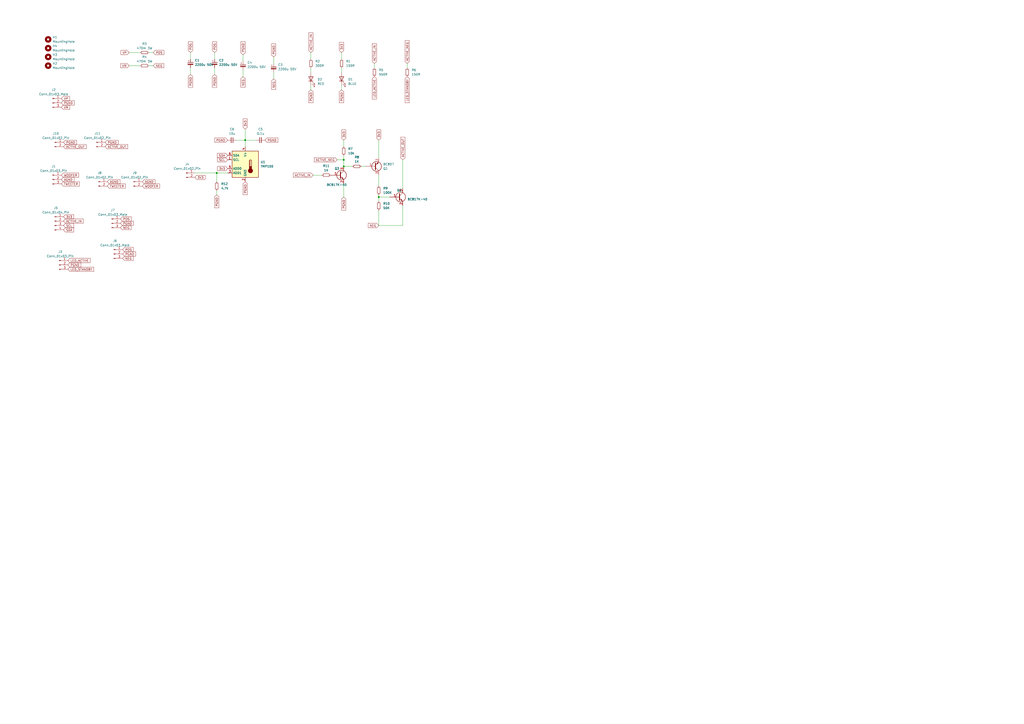
<source format=kicad_sch>
(kicad_sch (version 20250114) (generator "eeschema") (generator_version "9.0")
  (paper "A2")
  (lib_symbols
    (symbol "Connector:Conn_01x02_Pin" (pin_names (offset 1.016) (hide yes))
      (property "Reference" "J" (at 0 2.54 0))
      (property "Value" "Conn_01x02_Pin" (at 0 -5.08 0))
      (symbol "Conn_01x02_Pin_1_1"
        (rectangle (start 0.8636 0.127) (end 0 -0.127) (stroke (width 0.1524)) (fill (type outline)))
        (rectangle (start 0.8636 -2.413) (end 0 -2.667) (stroke (width 0.1524)) (fill (type outline)))
        (polyline (pts (xy 1.27 0) (xy 0.8636 0)) (stroke (width 0.1524)))
        (polyline (pts (xy 1.27 -2.54) (xy 0.8636 -2.54)) (stroke (width 0.1524)))
        (pin passive line (at 5.08 0 180) (length 3.81) (name "Pin_1") (number "1"))
        (pin passive line (at 5.08 -2.54 180) (length 3.81) (name "Pin_2") (number "2"))
      )
    )
    (symbol "Connector:Conn_01x03_Male" (pin_names (offset 1.016) (hide yes))
      (property "Reference" "J" (at 0 5.08 0))
      (property "Value" "Conn_01x03_Male" (at 0 -5.08 0))
      (symbol "Conn_01x03_Male_1_1"
        (rectangle (start 0.8636 2.667) (end 0 2.413) (stroke (width 0.1524)) (fill (type outline)))
        (rectangle (start 0.8636 0.127) (end 0 -0.127) (stroke (width 0.1524)) (fill (type outline)))
        (rectangle (start 0.8636 -2.413) (end 0 -2.667) (stroke (width 0.1524)) (fill (type outline)))
        (polyline (pts (xy 1.27 2.54) (xy 0.8636 2.54)) (stroke (width 0.1524)))
        (polyline (pts (xy 1.27 0) (xy 0.8636 0)) (stroke (width 0.1524)))
        (polyline (pts (xy 1.27 -2.54) (xy 0.8636 -2.54)) (stroke (width 0.1524)))
        (pin passive line (at 5.08 2.54 180) (length 3.81) (name "Pin_1") (number "1"))
        (pin passive line (at 5.08 0 180) (length 3.81) (name "Pin_2") (number "2"))
        (pin passive line (at 5.08 -2.54 180) (length 3.81) (name "Pin_3") (number "3"))
      )
    )
    (symbol "Connector:Conn_01x03_Pin" (pin_names (offset 1.016) (hide yes))
      (property "Reference" "J" (at 0 5.08 0))
      (property "Value" "Conn_01x03_Pin" (at 0 -5.08 0))
      (symbol "Conn_01x03_Pin_1_1"
        (rectangle (start 0.8636 2.667) (end 0 2.413) (stroke (width 0.1524)) (fill (type outline)))
        (rectangle (start 0.8636 0.127) (end 0 -0.127) (stroke (width 0.1524)) (fill (type outline)))
        (rectangle (start 0.8636 -2.413) (end 0 -2.667) (stroke (width 0.1524)) (fill (type outline)))
        (polyline (pts (xy 1.27 2.54) (xy 0.8636 2.54)) (stroke (width 0.1524)))
        (polyline (pts (xy 1.27 0) (xy 0.8636 0)) (stroke (width 0.1524)))
        (polyline (pts (xy 1.27 -2.54) (xy 0.8636 -2.54)) (stroke (width 0.1524)))
        (pin passive line (at 5.08 2.54 180) (length 3.81) (name "Pin_1") (number "1"))
        (pin passive line (at 5.08 0 180) (length 3.81) (name "Pin_2") (number "2"))
        (pin passive line (at 5.08 -2.54 180) (length 3.81) (name "Pin_3") (number "3"))
      )
    )
    (symbol "Connector:Conn_01x04_Pin" (pin_names (offset 1.016) (hide yes))
      (property "Reference" "J" (at 0 5.08 0))
      (property "Value" "Conn_01x04_Pin" (at 0 -7.62 0))
      (symbol "Conn_01x04_Pin_1_1"
        (rectangle (start 0.8636 2.667) (end 0 2.413) (stroke (width 0.1524)) (fill (type outline)))
        (rectangle (start 0.8636 0.127) (end 0 -0.127) (stroke (width 0.1524)) (fill (type outline)))
        (rectangle (start 0.8636 -2.413) (end 0 -2.667) (stroke (width 0.1524)) (fill (type outline)))
        (rectangle (start 0.8636 -4.953) (end 0 -5.207) (stroke (width 0.1524)) (fill (type outline)))
        (polyline (pts (xy 1.27 2.54) (xy 0.8636 2.54)) (stroke (width 0.1524)))
        (polyline (pts (xy 1.27 0) (xy 0.8636 0)) (stroke (width 0.1524)))
        (polyline (pts (xy 1.27 -2.54) (xy 0.8636 -2.54)) (stroke (width 0.1524)))
        (polyline (pts (xy 1.27 -5.08) (xy 0.8636 -5.08)) (stroke (width 0.1524)))
        (pin passive line (at 5.08 2.54 180) (length 3.81) (name "Pin_1") (number "1"))
        (pin passive line (at 5.08 0 180) (length 3.81) (name "Pin_2") (number "2"))
        (pin passive line (at 5.08 -2.54 180) (length 3.81) (name "Pin_3") (number "3"))
        (pin passive line (at 5.08 -5.08 180) (length 3.81) (name "Pin_4") (number "4"))
      )
    )
    (symbol "Device:C_Polarized_Small" (pin_numbers (hide yes)) (pin_names (offset 0.254) (hide yes))
      (property "Reference" "C" (at 0.254 1.778 0))
      (property "Value" "C_Polarized_Small" (at 0.254 -2.032 0))
      (symbol "C_Polarized_Small_0_1"
        (rectangle (start -1.524 0.6858) (end 1.524 0.3048))
        (rectangle (start -1.524 -0.3048) (end 1.524 -0.6858) (fill (type outline)))
        (polyline (pts (xy -1.27 1.524) (xy -0.762 1.524)))
        (polyline (pts (xy -1.016 1.27) (xy -1.016 1.778)))
      )
      (symbol "C_Polarized_Small_1_1"
        (pin passive line (at 0 2.54 270) (length 1.8542) (name "~") (number "1"))
        (pin passive line (at 0 -2.54 90) (length 1.8542) (name "~") (number "2"))
      )
    )
    (symbol "Device:C_Small" (pin_numbers (hide yes)) (pin_names (offset 0.254) (hide yes))
      (property "Reference" "C" (at 0.254 1.778 0))
      (property "Value" "C_Small" (at 0.254 -2.032 0))
      (symbol "C_Small_0_1"
        (polyline (pts (xy -1.524 0.508) (xy 1.524 0.508)) (stroke (width 0.3048)))
        (polyline (pts (xy -1.524 -0.508) (xy 1.524 -0.508)) (stroke (width 0.3302)))
      )
      (symbol "C_Small_1_1"
        (pin passive line (at 0 2.54 270) (length 2.032) (name "~") (number "1"))
        (pin passive line (at 0 -2.54 90) (length 2.032) (name "~") (number "2"))
      )
    )
    (symbol "Device:LED" (pin_numbers (hide yes)) (pin_names (offset 1.016) (hide yes))
      (property "Reference" "D" (at 0 2.54 0))
      (property "Value" "LED" (at 0 -2.54 0))
      (symbol "LED_0_1"
        (polyline (pts (xy -3.048 -0.762) (xy -4.572 -2.286) (xy -3.81 -2.286) (xy -4.572 -2.286) (xy -4.572 -1.524)))
        (polyline (pts (xy -1.778 -0.762) (xy -3.302 -2.286) (xy -2.54 -2.286) (xy -3.302 -2.286) (xy -3.302 -1.524)))
        (polyline (pts (xy -1.27 0) (xy 1.27 0)))
        (polyline (pts (xy -1.27 -1.27) (xy -1.27 1.27)) (stroke (width 0.254)))
        (polyline (pts (xy 1.27 -1.27) (xy 1.27 1.27) (xy -1.27 0) (xy 1.27 -1.27)) (stroke (width 0.254)))
      )
      (symbol "LED_1_1"
        (pin passive line (at -3.81 0 0) (length 2.54) (name "K") (number "1"))
        (pin passive line (at 3.81 0 180) (length 2.54) (name "A") (number "2"))
      )
    )
    (symbol "Device:Q_PNP_BEC" (pin_names (offset 0) (hide yes))
      (property "Reference" "Q" (at 5.08 1.27 0))
      (property "Value" "Q_PNP_BEC" (at 5.08 -1.27 0))
      (symbol "Q_PNP_BEC_0_1"
        (polyline (pts (xy 0.635 1.905) (xy 0.635 -1.905) (xy 0.635 -1.905)) (stroke (width 0.508)))
        (polyline (pts (xy 0.635 0.635) (xy 2.54 2.54)))
        (polyline (pts (xy 0.635 -0.635) (xy 2.54 -2.54) (xy 2.54 -2.54)))
        (circle (center 1.27 0) (radius 2.8194) (stroke (width 0.254)))
        (polyline (pts (xy 2.286 -1.778) (xy 1.778 -2.286) (xy 1.27 -1.27) (xy 2.286 -1.778) (xy 2.286 -1.778)) (fill (type outline)))
      )
      (symbol "Q_PNP_BEC_1_1"
        (pin input line (at -5.08 0 0) (length 5.715) (name "B") (number "1"))
        (pin passive line (at 2.54 5.08 270) (length 2.54) (name "C") (number "3"))
        (pin passive line (at 2.54 -5.08 90) (length 2.54) (name "E") (number "2"))
      )
    )
    (symbol "Device:R_Small" (pin_numbers (hide yes)) (pin_names (offset 0.254) (hide yes))
      (property "Reference" "R" (at 0.762 0.508 0))
      (property "Value" "R_Small" (at 0.762 -1.016 0))
      (symbol "R_Small_0_1"
        (rectangle (start -0.762 1.778) (end 0.762 -1.778) (stroke (width 0.2032)))
      )
      (symbol "R_Small_1_1"
        (pin passive line (at 0 2.54 270) (length 0.762) (name "~") (number "1"))
        (pin passive line (at 0 -2.54 90) (length 0.762) (name "~") (number "2"))
      )
    )
    (symbol "Mechanical:MountingHole" (pin_names (offset 1.016))
      (property "Reference" "H" (at 0 5.08 0))
      (property "Value" "MountingHole" (at 0 3.175 0))
      (symbol "MountingHole_0_1"
        (circle (center 0 0) (radius 1.27) (stroke (width 1.27)))
      )
    )
    (symbol "Sensor_Temperature:TMP100"
      (property "Reference" "U" (at 10.16 6.35 0))
      (property "Value" "TMP100" (at 12.7 3.81 0))
      (symbol "TMP100_0_1"
        (rectangle (start -7.62 7.62) (end 7.62 -7.62) (stroke (width 0.254)) (fill (type background)))
      )
      (symbol "TMP100_1_1"
        (polyline (pts (xy 2.413 1.905) (xy 2.413 -1.27)) (stroke (width 0.254)))
        (polyline (pts (xy 2.413 1.905) (xy 3.048 1.905)) (stroke (width 0.254)))
        (polyline (pts (xy 2.413 1.27) (xy 3.048 1.27)) (stroke (width 0.254)))
        (polyline (pts (xy 2.413 0.635) (xy 3.048 0.635)) (stroke (width 0.254)))
        (polyline (pts (xy 2.413 0) (xy 3.048 0)) (stroke (width 0.254)))
        (polyline (pts (xy 2.413 -0.635) (xy 3.048 -0.635)) (stroke (width 0.254)))
        (arc (start 2.413 1.905) (mid 3.048 2.5373) (end 3.683 1.905) (stroke (width 0.254)))
        (circle (center 3.048 -3.81) (radius 1.27) (stroke (width 0.254)) (fill (type outline)))
        (polyline (pts (xy 3.683 1.905) (xy 3.683 -1.27)) (stroke (width 0.254)))
        (rectangle (start 3.683 -3.175) (end 2.413 -1.27) (stroke (width 0.254)) (fill (type outline)))
        (pin bidirectional line (at -10.16 5.08 0) (length 2.54) (name "SDA") (number "6"))
        (pin input line (at -10.16 2.54 0) (length 2.54) (name "SCL") (number "1"))
        (pin input line (at -10.16 -2.54 0) (length 2.54) (name "ADD0") (number "5"))
        (pin input line (at -10.16 -5.08 0) (length 2.54) (name "ADD1") (number "3"))
        (pin power_in line (at 0 10.16 270) (length 2.54) (name "V+") (number "4"))
        (pin power_in line (at 0 -10.16 90) (length 2.54) (name "GND") (number "2"))
      )
    )
    (symbol "Transistor_BJT:2N3055" (pin_names (offset 0) (hide yes))
      (property "Reference" "Q" (at 5.08 1.905 0))
      (property "Value" "2N3055" (at 5.08 0 0))
      (symbol "2N3055_0_1"
        (polyline (pts (xy 0.635 1.905) (xy 0.635 -1.905) (xy 0.635 -1.905)) (stroke (width 0.508)))
        (polyline (pts (xy 0.635 0.635) (xy 2.54 2.54)))
        (polyline (pts (xy 0.635 -0.635) (xy 2.54 -2.54) (xy 2.54 -2.54)))
        (circle (center 1.27 0) (radius 2.8194) (stroke (width 0.254)))
        (polyline (pts (xy 1.27 -1.778) (xy 1.778 -1.27) (xy 2.286 -2.286) (xy 1.27 -1.778) (xy 1.27 -1.778)) (fill (type outline)))
      )
      (symbol "2N3055_1_1"
        (pin input line (at -5.08 0 0) (length 5.715) (name "B") (number "1"))
        (pin passive line (at 2.54 5.08 270) (length 2.54) (name "C") (number "3"))
        (pin passive line (at 2.54 -5.08 90) (length 2.54) (name "E") (number "2"))
      )
    )
  )
  (junction (at 199.39 96.52))
  (junction (at 125.73 100.33))
  (junction (at 199.39 92.71))
  (junction (at 219.71 114.3))
  (junction (at 142.24 81.28))
  (wire (pts (xy 81.28 30.48) (xy 74.93 30.48)))
  (wire (pts (xy 113.03 100.33) (xy 125.73 100.33)))
  (wire (pts (xy 88.9 38.1) (xy 86.36 38.1)))
  (wire (pts (xy 199.39 114.3) (xy 199.39 106.68)))
  (wire (pts (xy 180.34 34.29) (xy 180.34 30.48)))
  (wire (pts (xy 124.46 30.48) (xy 124.46 34.29)))
  (wire (pts (xy 195.58 92.71) (xy 199.39 92.71)))
  (wire (pts (xy 199.39 92.71) (xy 199.39 96.52)))
  (wire (pts (xy 219.71 130.81) (xy 233.68 130.81)))
  (wire (pts (xy 81.28 38.1) (xy 74.93 38.1)))
  (wire (pts (xy 140.97 44.45) (xy 140.97 40.64)))
  (wire (pts (xy 110.49 43.18) (xy 110.49 39.37)))
  (wire (pts (xy 219.71 116.84) (xy 219.71 114.3)))
  (wire (pts (xy 140.97 31.75) (xy 140.97 35.56)))
  (wire (pts (xy 181.61 101.6) (xy 186.69 101.6)))
  (wire (pts (xy 158.75 45.72) (xy 158.75 41.91)))
  (wire (pts (xy 219.71 130.81) (xy 219.71 121.92)))
  (wire (pts (xy 142.24 81.28) (xy 148.59 81.28)))
  (wire (pts (xy 142.24 81.28) (xy 142.24 85.09)))
  (wire (pts (xy 158.75 33.02) (xy 158.75 36.83)))
  (wire (pts (xy 180.34 41.91) (xy 180.34 39.37)))
  (wire (pts (xy 217.17 39.37) (xy 217.17 36.83)))
  (wire (pts (xy 180.34 52.07) (xy 180.34 49.53)))
  (wire (pts (xy 198.12 34.29) (xy 198.12 30.48)))
  (wire (pts (xy 199.39 90.17) (xy 199.39 92.71)))
  (wire (pts (xy 125.73 113.03) (xy 125.73 110.49)))
  (wire (pts (xy 219.71 101.6) (xy 219.71 107.95)))
  (wire (pts (xy 137.16 81.28) (xy 142.24 81.28)))
  (wire (pts (xy 110.49 30.48) (xy 110.49 34.29)))
  (wire (pts (xy 125.73 100.33) (xy 132.08 100.33)))
  (wire (pts (xy 199.39 81.28) (xy 199.39 85.09)))
  (wire (pts (xy 125.73 100.33) (xy 125.73 105.41)))
  (wire (pts (xy 219.71 114.3) (xy 219.71 113.03)))
  (wire (pts (xy 219.71 81.28) (xy 219.71 91.44)))
  (wire (pts (xy 198.12 52.07) (xy 198.12 49.53)))
  (wire (pts (xy 198.12 41.91) (xy 198.12 39.37)))
  (wire (pts (xy 236.22 39.37) (xy 236.22 36.83)))
  (wire (pts (xy 233.68 92.71) (xy 233.68 109.22)))
  (wire (pts (xy 142.24 74.93) (xy 142.24 81.28)))
  (wire (pts (xy 233.68 119.38) (xy 233.68 130.81)))
  (wire (pts (xy 219.71 114.3) (xy 226.06 114.3)))
  (wire (pts (xy 199.39 96.52) (xy 204.47 96.52)))
  (wire (pts (xy 209.55 96.52) (xy 212.09 96.52)))
  (wire (pts (xy 124.46 43.18) (xy 124.46 39.37)))
  (wire (pts (xy 88.9 30.48) (xy 86.36 30.48)))
  (global_label "3V3" (shape input) (at 132.08 97.79 180) (property "Intersheetrefs" "${INTERSHEET_REFS}" (effects (hide yes))))
  (global_label "LED_STANDBY" (shape input) (at 236.22 44.45 270) (property "Intersheetrefs" "${INTERSHEET_REFS}" (effects (hide yes))))
  (global_label "PGND" (shape input) (at 158.75 33.02 90) (property "Intersheetrefs" "${INTERSHEET_REFS}" (effects (hide yes))))
  (global_label "POS" (shape input) (at 69.85 127 0) (property "Intersheetrefs" "${INTERSHEET_REFS}" (effects (hide yes))))
  (global_label "3V3" (shape input) (at 219.71 81.28 90) (property "Intersheetrefs" "${INTERSHEET_REFS}" (effects (hide yes))))
  (global_label "PGND" (shape input) (at 124.46 43.18 270) (property "Intersheetrefs" "${INTERSHEET_REFS}" (effects (hide yes))))
  (global_label "PGND" (shape input) (at 142.24 105.41 270) (property "Intersheetrefs" "${INTERSHEET_REFS}" (effects (hide yes))))
  (global_label "TWEETER" (shape input) (at 35.56 106.68 0) (property "Intersheetrefs" "${INTERSHEET_REFS}" (effects (hide yes))))
  (global_label "WOOFER" (shape input) (at 35.56 101.6 0) (property "Intersheetrefs" "${INTERSHEET_REFS}" (effects (hide yes))))
  (global_label "POS" (shape input) (at 71.12 144.78 0) (property "Intersheetrefs" "${INTERSHEET_REFS}" (effects (hide yes))))
  (global_label "PGND" (shape input) (at 199.39 114.3 270) (property "Intersheetrefs" "${INTERSHEET_REFS}" (effects (hide yes))))
  (global_label "ACTIVE_OUT" (shape input) (at 36.83 85.09 0) (property "Intersheetrefs" "${INTERSHEET_REFS}" (effects (hide yes))))
  (global_label "NEG" (shape input) (at 71.12 149.86 0) (property "Intersheetrefs" "${INTERSHEET_REFS}" (effects (hide yes))))
  (global_label "PGND" (shape input) (at 132.08 81.28 180) (property "Intersheetrefs" "${INTERSHEET_REFS}" (effects (hide yes))))
  (global_label "3V3" (shape input) (at 198.12 30.48 90) (property "Intersheetrefs" "${INTERSHEET_REFS}" (effects (hide yes))))
  (global_label "PGND" (shape input) (at 140.97 31.75 90) (property "Intersheetrefs" "${INTERSHEET_REFS}" (effects (hide yes))))
  (global_label "ACTIVE_IN" (shape input) (at 36.83 128.27 0) (property "Intersheetrefs" "${INTERSHEET_REFS}" (effects (hide yes))))
  (global_label "PGND" (shape input) (at 198.12 52.07 270) (property "Intersheetrefs" "${INTERSHEET_REFS}" (effects (hide yes))))
  (global_label "ACTIVE_IN" (shape input) (at 180.34 30.48 90) (property "Intersheetrefs" "${INTERSHEET_REFS}" (effects (hide yes))))
  (global_label "ACTIVE_IN" (shape input) (at 217.17 36.83 90) (property "Intersheetrefs" "${INTERSHEET_REFS}" (effects (hide yes))))
  (global_label "NEG" (shape input) (at 88.9 38.1 0) (property "Intersheetrefs" "${INTERSHEET_REFS}" (effects (hide yes))))
  (global_label "AGND" (shape input) (at 82.55 105.41 0) (property "Intersheetrefs" "${INTERSHEET_REFS}" (effects (hide yes))))
  (global_label "ACTIVE_OUT" (shape input) (at 233.68 92.71 90) (property "Intersheetrefs" "${INTERSHEET_REFS}" (effects (hide yes))))
  (global_label "SDA" (shape input) (at 36.83 133.35 0) (property "Intersheetrefs" "${INTERSHEET_REFS}" (effects (hide yes))))
  (global_label "WOOFER" (shape input) (at 82.55 107.95 0) (property "Intersheetrefs" "${INTERSHEET_REFS}" (effects (hide yes))))
  (global_label "3V3" (shape input) (at 113.03 102.87 0) (property "Intersheetrefs" "${INTERSHEET_REFS}" (effects (hide yes))))
  (global_label "3V3" (shape input) (at 36.83 125.73 0) (property "Intersheetrefs" "${INTERSHEET_REFS}" (effects (hide yes))))
  (global_label "ACTIVE_OUT" (shape input) (at 60.96 85.09 0) (property "Intersheetrefs" "${INTERSHEET_REFS}" (effects (hide yes))))
  (global_label "VP" (shape input) (at 74.93 30.48 180) (property "Intersheetrefs" "${INTERSHEET_REFS}" (effects (hide yes))))
  (global_label "SDA" (shape input) (at 132.08 90.17 180) (property "Intersheetrefs" "${INTERSHEET_REFS}" (effects (hide yes))))
  (global_label "LED_STANDBY" (shape input) (at 39.37 156.21 0) (property "Intersheetrefs" "${INTERSHEET_REFS}" (effects (hide yes))))
  (global_label "NEG" (shape input) (at 140.97 44.45 270) (property "Intersheetrefs" "${INTERSHEET_REFS}" (effects (hide yes))))
  (global_label "ACTIVE_NEG" (shape input) (at 236.22 36.83 90) (property "Intersheetrefs" "${INTERSHEET_REFS}" (effects (hide yes))))
  (global_label "VM" (shape input) (at 35.56 62.23 0) (property "Intersheetrefs" "${INTERSHEET_REFS}" (effects (hide yes))))
  (global_label "SCL" (shape input) (at 132.08 92.71 180) (property "Intersheetrefs" "${INTERSHEET_REFS}" (effects (hide yes))))
  (global_label "LED_ACTIVE" (shape input) (at 217.17 44.45 270) (property "Intersheetrefs" "${INTERSHEET_REFS}" (effects (hide yes))))
  (global_label "3V3" (shape input) (at 199.39 81.28 90) (property "Intersheetrefs" "${INTERSHEET_REFS}" (effects (hide yes))))
  (global_label "PGND" (shape input) (at 39.37 153.67 0) (property "Intersheetrefs" "${INTERSHEET_REFS}" (effects (hide yes))))
  (global_label "PGND" (shape input) (at 180.34 52.07 270) (property "Intersheetrefs" "${INTERSHEET_REFS}" (effects (hide yes))))
  (global_label "PGND" (shape input) (at 110.49 43.18 270) (property "Intersheetrefs" "${INTERSHEET_REFS}" (effects (hide yes))))
  (global_label "PGND" (shape input) (at 69.85 129.54 0) (property "Intersheetrefs" "${INTERSHEET_REFS}" (effects (hide yes))))
  (global_label "POS" (shape input) (at 88.9 30.48 0) (property "Intersheetrefs" "${INTERSHEET_REFS}" (effects (hide yes))))
  (global_label "POS" (shape input) (at 110.49 30.48 90) (property "Intersheetrefs" "${INTERSHEET_REFS}" (effects (hide yes))))
  (global_label "VP" (shape input) (at 35.56 57.15 0) (property "Intersheetrefs" "${INTERSHEET_REFS}" (effects (hide yes))))
  (global_label "PGND" (shape input) (at 153.67 81.28 0) (property "Intersheetrefs" "${INTERSHEET_REFS}" (effects (hide yes))))
  (global_label "SCL" (shape input) (at 36.83 130.81 0) (property "Intersheetrefs" "${INTERSHEET_REFS}" (effects (hide yes))))
  (global_label "PGND" (shape input) (at 71.12 147.32 0) (property "Intersheetrefs" "${INTERSHEET_REFS}" (effects (hide yes))))
  (global_label "NEG" (shape input) (at 158.75 45.72 270) (property "Intersheetrefs" "${INTERSHEET_REFS}" (effects (hide yes))))
  (global_label "ACTIVE_IN" (shape input) (at 181.61 101.6 180) (property "Intersheetrefs" "${INTERSHEET_REFS}" (effects (hide yes))))
  (global_label "PGND" (shape input) (at 125.73 113.03 270) (property "Intersheetrefs" "${INTERSHEET_REFS}" (effects (hide yes))))
  (global_label "TWEETER" (shape input) (at 62.23 107.95 0) (property "Intersheetrefs" "${INTERSHEET_REFS}" (effects (hide yes))))
  (global_label "VM" (shape input) (at 74.93 38.1 180) (property "Intersheetrefs" "${INTERSHEET_REFS}" (effects (hide yes))))
  (global_label "PGND" (shape input) (at 36.83 82.55 0) (property "Intersheetrefs" "${INTERSHEET_REFS}" (effects (hide yes))))
  (global_label "AGND" (shape input) (at 62.23 105.41 0) (property "Intersheetrefs" "${INTERSHEET_REFS}" (effects (hide yes))))
  (global_label "ACTIVE_NEG" (shape input) (at 195.58 92.71 180) (property "Intersheetrefs" "${INTERSHEET_REFS}" (effects (hide yes))))
  (global_label "PGND" (shape input) (at 60.96 82.55 0) (property "Intersheetrefs" "${INTERSHEET_REFS}" (effects (hide yes))))
  (global_label "POS" (shape input) (at 124.46 30.48 90) (property "Intersheetrefs" "${INTERSHEET_REFS}" (effects (hide yes))))
  (global_label "PGND" (shape input) (at 35.56 59.69 0) (property "Intersheetrefs" "${INTERSHEET_REFS}" (effects (hide yes))))
  (global_label "3V3" (shape input) (at 142.24 74.93 90) (property "Intersheetrefs" "${INTERSHEET_REFS}" (effects (hide yes))))
  (global_label "AGND" (shape input) (at 35.56 104.14 0) (property "Intersheetrefs" "${INTERSHEET_REFS}" (effects (hide yes))))
  (global_label "NEG" (shape input) (at 219.71 130.81 180) (property "Intersheetrefs" "${INTERSHEET_REFS}" (effects (hide yes))))
  (global_label "NEG" (shape input) (at 69.85 132.08 0) (property "Intersheetrefs" "${INTERSHEET_REFS}" (effects (hide yes))))
  (global_label "LED_ACTIVE" (shape input) (at 39.37 151.13 0) (property "Intersheetrefs" "${INTERSHEET_REFS}" (effects (hide yes))))
  (symbol (lib_id "Device:C_Polarized_Small") (at 110.49 36.83 0) (unit 1)
    (property "Reference" "C1" (at 113.03 35.0138 0) (effects (justify left)))
    (property "Value" "2200u 50V" (at 113.03 37.5538 0) (effects (justify left)))
    (property "Footprint" "Capacitor_THT:CP_Radial_D16.0mm_P7.50mm" (effects (hide yes)))
    (property "Description" "Polarized capacitor, small symbol" (effects (hide yes)))
    (property "Mouser" " 80-ESH228M050AM3AA " (effects (hide yes)))
  )
  (symbol (lib_id "Connector:Conn_01x02_Pin") (at 77.47 105.41 0) (unit 1)
    (property "Reference" "J9" (at 78.105 100.33 0))
    (property "Value" "Conn_01x02_Pin" (at 78.105 102.87 0))
    (property "Footprint" "Connector_JST:JST_PH_B2B-PH-K_1x02_P2.00mm_Vertical" (effects (hide yes)))
    (property "Description" "Generic connector, single row, 01x02, script generated" (effects (hide yes)))
  )
  (symbol (lib_id "Device:R_Small") (at 219.71 110.49 180) (unit 1)
    (property "Reference" "R9" (at 222.25 109.2199 0) (effects (justify right)))
    (property "Value" "100K" (at 222.25 111.7599 0) (effects (justify right)))
    (property "Footprint" "Resistor_SMD:R_0603_1608Metric_Pad0.98x0.95mm_HandSolder" (effects (hide yes)))
  )
  (symbol (lib_id "Connector:Conn_01x03_Male") (at 30.48 59.69 0) (unit 1)
    (property "Reference" "J2" (at 31.115 52.07 0))
    (property "Value" "Conn_01x03_Male" (at 31.115 54.61 0))
    (property "Footprint" "Connector_JST:JST_VH_B3P-VH-B_1x03_P3.96mm_Vertical" (effects (hide yes)))
  )
  (symbol (lib_id "Mechanical:MountingHole") (at 27.94 27.94 0) (unit 1)
    (property "Reference" "H4" (at 30.48 26.6699 0) (effects (justify left)))
    (property "Value" "MountingHole" (at 30.48 29.2099 0) (effects (justify left)))
    (property "Footprint" "MountingHole:MountingHole_3.2mm_M3_DIN965_Pad_TopOnly" (effects (hide yes)))
  )
  (symbol (lib_id "Connector:Conn_01x02_Pin") (at 55.88 82.55 0) (unit 1)
    (property "Reference" "J11" (at 56.515 77.47 0))
    (property "Value" "Conn_01x02_Pin" (at 56.515 80.01 0))
    (property "Footprint" "Connector_JST:JST_PH_B2B-PH-K_1x02_P2.00mm_Vertical" (effects (hide yes)))
    (property "Description" "Generic connector, single row, 01x02, script generated" (effects (hide yes)))
  )
  (symbol (lib_id "Device:LED") (at 198.12 45.72 90) (unit 1)
    (property "Reference" "D1" (at 201.93 46.0374 90) (effects (justify right)))
    (property "Value" "BLUE" (at 201.93 48.5774 90) (effects (justify right)))
    (property "Footprint" "LED_SMD:LED_0603_1608Metric_Pad1.05x0.95mm_HandSolder" (effects (hide yes)))
    (property "Description" "Light emitting diode" (effects (hide yes)))
  )
  (symbol (lib_id "Device:R_Small") (at 83.82 30.48 90) (unit 1)
    (property "Reference" "R3" (at 83.82 25.4 90))
    (property "Value" "470m 3W" (at 83.82 27.94 90))
    (property "Footprint" "Resistor_SMD:R_1218_3246Metric_Pad1.22x4.75mm_HandSolder" (effects (hide yes)))
    (property "Description" "Resistor, small symbol" (effects (hide yes)))
    (property "Mouser" "RLW73PA3FR47TDF" (effects (hide yes)))
  )
  (symbol (lib_id "Connector:Conn_01x02_Pin") (at 57.15 105.41 0) (unit 1)
    (property "Reference" "J8" (at 57.785 100.33 0))
    (property "Value" "Conn_01x02_Pin" (at 57.785 102.87 0))
    (property "Footprint" "Connector_JST:JST_PH_B2B-PH-K_1x02_P2.00mm_Vertical" (effects (hide yes)))
    (property "Description" "Generic connector, single row, 01x02, script generated" (effects (hide yes)))
  )
  (symbol (lib_id "Connector:Conn_01x03_Pin") (at 34.29 153.67 0) (unit 1)
    (property "Reference" "J3" (at 34.925 146.05 0))
    (property "Value" "Conn_01x03_Pin" (at 34.925 148.59 0))
    (property "Footprint" "Connector_JST:JST_PH_B3B-PH-K_1x03_P2.00mm_Vertical" (effects (hide yes)))
    (property "Description" "Generic connector, single row, 01x03, script generated" (effects (hide yes)))
  )
  (symbol (lib_id "Device:LED") (at 180.34 45.72 90) (unit 1)
    (property "Reference" "D2" (at 184.15 46.0374 90) (effects (justify right)))
    (property "Value" "RED" (at 184.15 48.5774 90) (effects (justify right)))
    (property "Footprint" "LED_SMD:LED_0603_1608Metric_Pad1.05x0.95mm_HandSolder" (effects (hide yes)))
    (property "Description" "Light emitting diode" (effects (hide yes)))
  )
  (symbol (lib_id "Device:R_Small") (at 125.73 107.95 0) (unit 1)
    (property "Reference" "R12" (at 128.27 106.6799 0) (effects (justify left)))
    (property "Value" "4.7k" (at 128.27 109.2199 0) (effects (justify left)))
    (property "Footprint" "Resistor_SMD:R_0603_1608Metric_Pad0.98x0.95mm_HandSolder" (effects (hide yes)))
  )
  (symbol (lib_id "Device:R_Small") (at 207.01 96.52 90) (unit 1)
    (property "Reference" "R8" (at 207.01 91.186 90))
    (property "Value" "1K" (at 207.01 93.726 90))
    (property "Footprint" "Resistor_SMD:R_0603_1608Metric_Pad0.98x0.95mm_HandSolder" (effects (hide yes)))
  )
  (symbol (lib_id "Transistor_BJT:2N3055") (at 196.85 101.6 0) (unit 1)
    (property "Reference" "Q3" (at 194.056 97.79 0) (effects (justify left)))
    (property "Value" "BC817K-40" (at 189.484 107.188 0) (effects (justify left)))
    (property "Footprint" "Package_TO_SOT_SMD:TSOT-23" (effects (hide yes)))
    (property "Datasheet" "http://www.onsemi.com/pub_link/Collateral/2N3055-D.PDF" (effects (hide yes)))
    (property "Mouser" "637-BC817K-40" (effects (hide yes)))
  )
  (symbol (lib_id "Device:R_Small") (at 180.34 36.83 180) (unit 1)
    (property "Reference" "R2" (at 182.88 35.5599 0) (effects (justify right)))
    (property "Value" "300R" (at 182.88 38.0999 0) (effects (justify right)))
    (property "Footprint" "Resistor_SMD:R_0603_1608Metric_Pad0.98x0.95mm_HandSolder" (effects (hide yes)))
  )
  (symbol (lib_id "Device:Q_PNP_BEC") (at 217.17 96.52 0) (mirror x) (unit 1)
    (property "Reference" "Q1" (at 222.25 97.7901 0) (effects (justify left)))
    (property "Value" "BC807" (at 222.25 95.2501 0) (effects (justify left)))
    (property "Footprint" "Package_TO_SOT_SMD:TSOT-23" (effects (hide yes)))
    (property "Description" "PNP transistor, base/emitter/collector" (effects (hide yes)))
    (property "Mouser" "637-BC807-16" (effects (hide yes)))
  )
  (symbol (lib_id "Device:R_Small") (at 217.17 41.91 180) (unit 1)
    (property "Reference" "R5" (at 219.71 40.6399 0) (effects (justify right)))
    (property "Value" "550R" (at 219.71 43.1799 0) (effects (justify right)))
    (property "Footprint" "Resistor_SMD:R_0603_1608Metric_Pad0.98x0.95mm_HandSolder" (effects (hide yes)))
  )
  (symbol (lib_id "Device:C_Small") (at 134.62 81.28 270) (unit 1)
    (property "Reference" "C6" (at 134.6136 74.93 90))
    (property "Value" "10u" (at 134.6136 77.47 90))
    (property "Footprint" "Capacitor_SMD:C_1206_3216Metric_Pad1.33x1.80mm_HandSolder" (effects (hide yes)))
    (property "Description" "Unpolarized capacitor, small symbol" (effects (hide yes)))
  )
  (symbol (lib_id "Connector:Conn_01x03_Male") (at 66.04 147.32 0) (unit 1)
    (property "Reference" "J6" (at 66.675 139.7 0))
    (property "Value" "Conn_01x03_Male" (at 66.675 142.24 0))
    (property "Footprint" "Connector_JST:JST_VH_B3P-VH-B_1x03_P3.96mm_Vertical" (effects (hide yes)))
  )
  (symbol (lib_id "Device:R_Small") (at 198.12 36.83 180) (unit 1)
    (property "Reference" "R1" (at 200.66 35.5599 0) (effects (justify right)))
    (property "Value" "150R" (at 200.66 38.0999 0) (effects (justify right)))
    (property "Footprint" "Resistor_SMD:R_0603_1608Metric_Pad0.98x0.95mm_HandSolder" (effects (hide yes)))
  )
  (symbol (lib_id "Mechanical:MountingHole") (at 27.94 33.02 0) (unit 1)
    (property "Reference" "H3" (at 30.48 31.7499 0) (effects (justify left)))
    (property "Value" "MountingHole" (at 30.48 34.2899 0) (effects (justify left)))
    (property "Footprint" "MountingHole:MountingHole_3.2mm_M3_DIN965_Pad_TopOnly" (effects (hide yes)))
  )
  (symbol (lib_id "Device:R_Small") (at 189.23 101.6 90) (unit 1)
    (property "Reference" "R11" (at 189.23 96.266 90))
    (property "Value" "1K" (at 189.23 98.806 90))
    (property "Footprint" "Resistor_SMD:R_0603_1608Metric_Pad0.98x0.95mm_HandSolder" (effects (hide yes)))
  )
  (symbol (lib_id "Device:R_Small") (at 236.22 41.91 180) (unit 1)
    (property "Reference" "R6" (at 238.76 40.6399 0) (effects (justify right)))
    (property "Value" "150R" (at 238.76 43.1799 0) (effects (justify right)))
    (property "Footprint" "Resistor_SMD:R_0603_1608Metric_Pad0.98x0.95mm_HandSolder" (effects (hide yes)))
  )
  (symbol (lib_id "Mechanical:MountingHole") (at 27.94 22.86 0) (unit 1)
    (property "Reference" "H1" (at 30.48 21.5899 0) (effects (justify left)))
    (property "Value" "MountingHole" (at 30.48 24.1299 0) (effects (justify left)))
    (property "Footprint" "MountingHole:MountingHole_3.2mm_M3_DIN965_Pad_TopOnly" (effects (hide yes)))
  )
  (symbol (lib_id "Device:R_Small") (at 199.39 87.63 180) (unit 1)
    (property "Reference" "R7" (at 201.93 86.3599 0) (effects (justify right)))
    (property "Value" "10k" (at 201.93 88.8999 0) (effects (justify right)))
    (property "Footprint" "Resistor_SMD:R_0603_1608Metric_Pad0.98x0.95mm_HandSolder" (effects (hide yes)))
  )
  (symbol (lib_id "Device:R_Small") (at 83.82 38.1 90) (unit 1)
    (property "Reference" "R4" (at 83.82 33.02 90))
    (property "Value" "470m 3W" (at 83.82 35.56 90))
    (property "Footprint" "Resistor_SMD:R_1218_3246Metric_Pad1.22x4.75mm_HandSolder" (effects (hide yes)))
    (property "Description" "Resistor, small symbol" (effects (hide yes)))
    (property "Mouser" "RLW73PA3FR47TDF" (effects (hide yes)))
  )
  (symbol (lib_id "Connector:Conn_01x03_Male") (at 64.77 129.54 0) (unit 1)
    (property "Reference" "J7" (at 65.405 121.92 0))
    (property "Value" "Conn_01x03_Male" (at 65.405 124.46 0))
    (property "Footprint" "Connector_JST:JST_VH_B3P-VH-B_1x03_P3.96mm_Vertical" (effects (hide yes)))
  )
  (symbol (lib_id "Device:C_Polarized_Small") (at 158.75 39.37 0) (unit 1)
    (property "Reference" "C3" (at 161.29 37.5538 0) (effects (justify left)))
    (property "Value" "2200u 50V" (at 161.29 40.0938 0) (effects (justify left)))
    (property "Footprint" "Capacitor_THT:CP_Radial_D16.0mm_P7.50mm" (effects (hide yes)))
    (property "Description" "Polarized capacitor, small symbol" (effects (hide yes)))
    (property "Mouser" " 80-ESH228M050AM3AA " (effects (hide yes)))
  )
  (symbol (lib_id "Connector:Conn_01x04_Pin") (at 31.75 128.27 0) (unit 1)
    (property "Reference" "J5" (at 32.385 120.65 0))
    (property "Value" "Conn_01x04_Pin" (at 32.385 123.19 0))
    (property "Footprint" "Connector_JST:JST_PH_B4B-PH-K_1x04_P2.00mm_Vertical" (effects (hide yes)))
    (property "Description" "Generic connector, single row, 01x04, script generated" (effects (hide yes)))
  )
  (symbol (lib_id "Device:R_Small") (at 219.71 119.38 180) (unit 1)
    (property "Reference" "R10" (at 222.25 118.1099 0) (effects (justify right)))
    (property "Value" "50K" (at 222.25 120.6499 0) (effects (justify right)))
    (property "Footprint" "Resistor_SMD:R_0603_1608Metric_Pad0.98x0.95mm_HandSolder" (effects (hide yes)))
  )
  (symbol (lib_id "Connector:Conn_01x02_Pin") (at 31.75 82.55 0) (unit 1)
    (property "Reference" "J10" (at 32.385 77.47 0))
    (property "Value" "Conn_01x02_Pin" (at 32.385 80.01 0))
    (property "Footprint" "Connector_JST:JST_PH_B2B-PH-K_1x02_P2.00mm_Vertical" (effects (hide yes)))
    (property "Description" "Generic connector, single row, 01x02, script generated" (effects (hide yes)))
  )
  (symbol (lib_id "Connector:Conn_01x03_Pin") (at 30.48 104.14 0) (unit 1)
    (property "Reference" "J1" (at 31.115 96.52 0))
    (property "Value" "Conn_01x03_Pin" (at 31.115 99.06 0))
    (property "Footprint" "Connector_JST:JST_PH_B3B-PH-K_1x03_P2.00mm_Vertical" (effects (hide yes)))
    (property "Description" "Generic connector, single row, 01x03, script generated" (effects (hide yes)))
  )
  (symbol (lib_id "Mechanical:MountingHole") (at 27.94 38.1 0) (unit 1)
    (property "Reference" "H2" (at 30.48 36.8299 0) (effects (justify left)))
    (property "Value" "MountingHole" (at 30.48 39.3699 0) (effects (justify left)))
    (property "Footprint" "MountingHole:MountingHole_3.2mm_M3_DIN965_Pad_TopOnly" (effects (hide yes)))
  )
  (symbol (lib_id "Sensor_Temperature:TMP100") (at 142.24 95.25 0) (unit 1)
    (property "Reference" "U1" (at 151.13 93.9799 0) (effects (justify left)))
    (property "Value" "TMP100" (at 151.13 96.5199 0) (effects (justify left)))
    (property "Footprint" "Package_TO_SOT_SMD:SOT-23-6" (effects (hide yes)))
    (property "Datasheet" "http://www.ti.com/lit/gpn/tmp100" (effects (hide yes)))
    (property "Description" "Temperature Sensor with I2C/SMBus Interface, SOT-23-6" (effects (hide yes)))
  )
  (symbol (lib_id "Connector:Conn_01x02_Pin") (at 107.95 100.33 0) (unit 1)
    (property "Reference" "J4" (at 108.585 95.25 0))
    (property "Value" "Conn_01x02_Pin" (at 108.585 97.79 0))
    (property "Footprint" "Connector_PinHeader_2.54mm:PinHeader_1x02_P2.54mm_Vertical" (effects (hide yes)))
    (property "Description" "Generic connector, single row, 01x02, script generated" (effects (hide yes)))
  )
  (symbol (lib_id "Transistor_BJT:2N3055") (at 231.14 114.3 0) (unit 1)
    (property "Reference" "Q2" (at 230.251 110.363 0) (effects (justify left)))
    (property "Value" "BC817K-40" (at 236.347 115.5699 0) (effects (justify left)))
    (property "Footprint" "Package_TO_SOT_SMD:TSOT-23" (effects (hide yes)))
    (property "Datasheet" "http://www.onsemi.com/pub_link/Collateral/2N3055-D.PDF" (effects (hide yes)))
    (property "Mouser" "637-BC817K-40" (effects (hide yes)))
  )
  (symbol (lib_id "Device:C_Polarized_Small") (at 140.97 38.1 0) (unit 1)
    (property "Reference" "C4" (at 143.51 36.2838 0) (effects (justify left)))
    (property "Value" "2200u 50V" (at 143.51 38.8238 0) (effects (justify left)))
    (property "Footprint" "Capacitor_THT:CP_Radial_D16.0mm_P7.50mm" (effects (hide yes)))
    (property "Description" "Polarized capacitor, small symbol" (effects (hide yes)))
    (property "Mouser" " 80-ESH228M050AM3AA " (effects (hide yes)))
  )
  (symbol (lib_id "Device:C_Small") (at 151.13 81.28 90) (unit 1)
    (property "Reference" "C5" (at 151.1363 74.93 90))
    (property "Value" "0.1u" (at 151.1363 77.47 90))
    (property "Footprint" "Capacitor_SMD:C_0805_2012Metric_Pad1.18x1.45mm_HandSolder" (effects (hide yes)))
    (property "Description" "Unpolarized capacitor, small symbol" (effects (hide yes)))
  )
  (symbol (lib_id "Device:C_Polarized_Small") (at 124.46 36.83 0) (unit 1)
    (property "Reference" "C2" (at 127 35.0138 0) (effects (justify left)))
    (property "Value" "2200u 50V" (at 127 37.5538 0) (effects (justify left)))
    (property "Footprint" "Capacitor_THT:CP_Radial_D16.0mm_P7.50mm" (effects (hide yes)))
    (property "Description" "Polarized capacitor, small symbol" (effects (hide yes)))
    (property "Mouser" " 80-ESH228M050AM3AA " (effects (hide yes)))
  )
)
</source>
